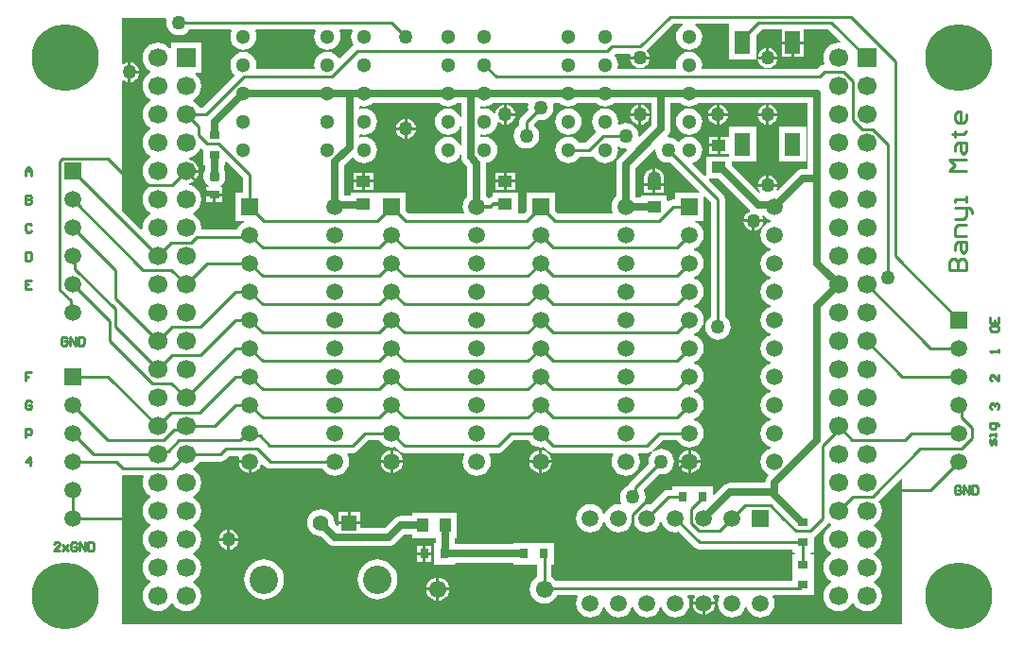
<source format=gtl>
G04*
G04 #@! TF.GenerationSoftware,Altium Limited,Altium Designer,20.0.13 (296)*
G04*
G04 Layer_Physical_Order=1*
G04 Layer_Color=255*
%FSLAX25Y25*%
%MOIN*%
G70*
G01*
G75*
%ADD13C,0.01000*%
G04:AMPARAMS|DCode=33|XSize=31.5mil|YSize=35.43mil|CornerRadius=7.87mil|HoleSize=0mil|Usage=FLASHONLY|Rotation=270.000|XOffset=0mil|YOffset=0mil|HoleType=Round|Shape=RoundedRectangle|*
%AMROUNDEDRECTD33*
21,1,0.03150,0.01968,0,0,270.0*
21,1,0.01575,0.03543,0,0,270.0*
1,1,0.01575,-0.00984,-0.00787*
1,1,0.01575,-0.00984,0.00787*
1,1,0.01575,0.00984,0.00787*
1,1,0.01575,0.00984,-0.00787*
%
%ADD33ROUNDEDRECTD33*%
%ADD34R,0.03543X0.03150*%
%ADD35R,0.03740X0.03150*%
%ADD36R,0.05118X0.03937*%
%ADD37R,0.05512X0.08268*%
%ADD38R,0.03937X0.05118*%
%ADD39R,0.03150X0.03740*%
%ADD40C,0.02500*%
%ADD41C,0.01200*%
%ADD42C,0.05906*%
%ADD43R,0.05906X0.05906*%
%ADD44C,0.06102*%
%ADD45R,0.05906X0.05906*%
%ADD46C,0.05118*%
%ADD47C,0.05512*%
%ADD48R,0.05512X0.05512*%
%ADD49C,0.10039*%
%ADD50C,0.06693*%
%ADD51R,0.06693X0.06693*%
%ADD52C,0.23622*%
%ADD53C,0.05000*%
G36*
X253886Y221547D02*
X253886D01*
Y209279D01*
X263398D01*
Y217943D01*
X265406Y219951D01*
X272602D01*
Y215913D01*
X280114D01*
Y219951D01*
X288944D01*
X293105Y215791D01*
X292883Y215342D01*
X292500Y215393D01*
X291104Y215209D01*
X289804Y214670D01*
X288687Y213813D01*
X287830Y212696D01*
X287291Y211396D01*
X287107Y210000D01*
X287291Y208604D01*
X287536Y208013D01*
X287211Y207491D01*
X286525Y207355D01*
X285698Y206802D01*
X284885Y205990D01*
X267686D01*
X267653Y206490D01*
X267827Y206513D01*
X268414Y206590D01*
X269265Y206943D01*
X269996Y207504D01*
X270557Y208235D01*
X270910Y209086D01*
X270964Y209500D01*
X264036D01*
X264090Y209086D01*
X264443Y208235D01*
X265004Y207504D01*
X265735Y206943D01*
X266586Y206590D01*
X267173Y206513D01*
X267347Y206490D01*
X267314Y205990D01*
X244594D01*
X244269Y206490D01*
X244402Y207500D01*
X244245Y208690D01*
X243786Y209799D01*
X243055Y210752D01*
X242102Y211482D01*
X240993Y211942D01*
X239803Y212098D01*
X238613Y211942D01*
X237504Y211482D01*
X236552Y210752D01*
X235821Y209799D01*
X235362Y208690D01*
X235205Y207500D01*
X235338Y206490D01*
X235013Y205990D01*
X222686D01*
X222653Y206490D01*
X223414Y206590D01*
X224265Y206943D01*
X224996Y207504D01*
X225557Y208235D01*
X225910Y209086D01*
X225964Y209500D01*
X219036D01*
X219090Y209086D01*
X219443Y208235D01*
X220004Y207504D01*
X220735Y206943D01*
X221586Y206590D01*
X222347Y206490D01*
X222314Y205990D01*
X214987D01*
X214662Y206490D01*
X214795Y207500D01*
X214638Y208690D01*
X214179Y209799D01*
X213448Y210752D01*
X213579Y211230D01*
X213789Y211451D01*
X218863D01*
X219141Y211035D01*
X219090Y210914D01*
X219036Y210500D01*
X225964D01*
X225910Y210914D01*
X225557Y211765D01*
X224996Y212496D01*
X224973Y212858D01*
X234129Y222014D01*
X237481D01*
X237580Y221514D01*
X237504Y221482D01*
X236552Y220752D01*
X235821Y219799D01*
X235362Y218690D01*
X235205Y217500D01*
X235362Y216310D01*
X235821Y215201D01*
X236552Y214248D01*
X237504Y213518D01*
X238613Y213058D01*
X239803Y212902D01*
X240993Y213058D01*
X242102Y213518D01*
X243055Y214248D01*
X243786Y215201D01*
X244245Y216310D01*
X244402Y217500D01*
X244245Y218690D01*
X243786Y219799D01*
X243055Y220752D01*
X242102Y221482D01*
X242026Y221514D01*
X242125Y222014D01*
X253806D01*
X253886Y221547D01*
D02*
G37*
G36*
X55597Y223534D02*
X55461Y222500D01*
X55616Y221325D01*
X56069Y220231D01*
X56791Y219291D01*
X57731Y218569D01*
X58825Y218116D01*
X60000Y217961D01*
X61175Y218116D01*
X62269Y218569D01*
X63209Y219291D01*
X63716Y219951D01*
X78236D01*
X78570Y219451D01*
X78255Y218690D01*
X78098Y217500D01*
X78255Y216310D01*
X78715Y215201D01*
X79445Y214248D01*
X80398Y213518D01*
X81507Y213058D01*
X82697Y212902D01*
X83887Y213058D01*
X84996Y213518D01*
X85948Y214248D01*
X86679Y215201D01*
X87138Y216310D01*
X87295Y217500D01*
X87138Y218690D01*
X86823Y219451D01*
X87157Y219951D01*
X107843D01*
X108177Y219451D01*
X107861Y218690D01*
X107705Y217500D01*
X107861Y216310D01*
X108321Y215201D01*
X109052Y214248D01*
X110004Y213518D01*
X111113Y213058D01*
X112303Y212902D01*
X113493Y213058D01*
X114602Y213518D01*
X115555Y214248D01*
X116286Y215201D01*
X116745Y216310D01*
X116902Y217500D01*
X116745Y218690D01*
X116430Y219451D01*
X116764Y219951D01*
X120736D01*
X121070Y219451D01*
X120755Y218690D01*
X120598Y217500D01*
X120755Y216310D01*
X121214Y215201D01*
X121457Y214885D01*
X121375Y214392D01*
X121241Y214302D01*
X116758Y209820D01*
X116175Y209943D01*
X115555Y210752D01*
X114602Y211482D01*
X113493Y211942D01*
X112303Y212098D01*
X111113Y211942D01*
X110004Y211482D01*
X109052Y210752D01*
X108321Y209799D01*
X107861Y208690D01*
X107705Y207500D01*
X107838Y206490D01*
X107513Y205990D01*
X87487D01*
X87162Y206490D01*
X87295Y207500D01*
X87138Y208690D01*
X86679Y209799D01*
X85948Y210752D01*
X84996Y211482D01*
X83887Y211942D01*
X82697Y212098D01*
X81507Y211942D01*
X80398Y211482D01*
X79445Y210752D01*
X78715Y209799D01*
X78255Y208690D01*
X78098Y207500D01*
X78255Y206310D01*
X78715Y205201D01*
X79445Y204248D01*
X79515Y204195D01*
X79548Y203696D01*
X68401Y192549D01*
X67231D01*
X67170Y192696D01*
X66313Y193813D01*
X65196Y194670D01*
X65003Y194750D01*
Y195250D01*
X65196Y195330D01*
X66313Y196187D01*
X67170Y197304D01*
X67709Y198604D01*
X67893Y200000D01*
X67709Y201396D01*
X67170Y202696D01*
X66313Y203813D01*
X65835Y204180D01*
X65996Y204654D01*
X67847D01*
Y215347D01*
X57153D01*
Y213496D01*
X56680Y213335D01*
X56313Y213813D01*
X55196Y214670D01*
X53896Y215209D01*
X52500Y215393D01*
X51104Y215209D01*
X49804Y214670D01*
X48687Y213813D01*
X47830Y212696D01*
X47291Y211396D01*
X47107Y210000D01*
X47291Y208604D01*
X47830Y207304D01*
X48687Y206187D01*
X49804Y205330D01*
X49997Y205250D01*
Y204750D01*
X49804Y204670D01*
X48687Y203813D01*
X47830Y202696D01*
X47291Y201396D01*
X47107Y200000D01*
X47291Y198604D01*
X47830Y197304D01*
X48687Y196187D01*
X49804Y195330D01*
X49997Y195250D01*
Y194750D01*
X49804Y194670D01*
X48687Y193813D01*
X47830Y192696D01*
X47291Y191396D01*
X47107Y190000D01*
X47291Y188604D01*
X47830Y187304D01*
X48687Y186187D01*
X49804Y185330D01*
X49997Y185250D01*
Y184750D01*
X49804Y184670D01*
X48687Y183813D01*
X47830Y182696D01*
X47291Y181396D01*
X47107Y180000D01*
X47291Y178604D01*
X47830Y177304D01*
X48687Y176187D01*
X49804Y175330D01*
X49997Y175250D01*
Y174750D01*
X49804Y174670D01*
X48687Y173813D01*
X47830Y172696D01*
X47291Y171396D01*
X47107Y170000D01*
X47291Y168604D01*
X47830Y167304D01*
X48687Y166187D01*
X49804Y165330D01*
X49997Y165250D01*
Y164750D01*
X49804Y164670D01*
X48687Y163813D01*
X47830Y162696D01*
X47291Y161396D01*
X47107Y160000D01*
X47291Y158604D01*
X47830Y157304D01*
X48687Y156187D01*
X49804Y155330D01*
X49997Y155250D01*
Y154750D01*
X49804Y154670D01*
X48687Y153813D01*
X47830Y152696D01*
X47291Y151396D01*
X47107Y150000D01*
X47158Y149617D01*
X46709Y149395D01*
X40000Y156105D01*
Y201876D01*
X40500Y202123D01*
X40735Y201943D01*
X41586Y201590D01*
X42000Y201536D01*
Y205000D01*
Y208464D01*
X41586Y208410D01*
X40735Y208057D01*
X40500Y207877D01*
X40000Y208124D01*
Y224034D01*
X55290D01*
X55597Y223534D01*
D02*
G37*
G36*
X281722Y170778D02*
X280000D01*
X279152Y170666D01*
X278361Y170339D01*
X277682Y169818D01*
X271098Y163234D01*
X270674Y163517D01*
X270910Y164086D01*
X270964Y164500D01*
X264036D01*
X264090Y164086D01*
X264443Y163235D01*
X264827Y162733D01*
X264451Y162403D01*
X254910Y171944D01*
Y173453D01*
X263398D01*
Y185721D01*
X253886D01*
Y182119D01*
X250851D01*
Y179151D01*
Y176182D01*
X253886D01*
Y175245D01*
X245792D01*
Y168466D01*
X245330Y168275D01*
X241008Y172596D01*
X241177Y173135D01*
X242102Y173518D01*
X243055Y174249D01*
X243786Y175201D01*
X244245Y176310D01*
X244402Y177500D01*
X244245Y178690D01*
X243786Y179799D01*
X243055Y180752D01*
X242102Y181482D01*
X240993Y181942D01*
X239803Y182098D01*
X238613Y181942D01*
X237504Y181482D01*
X236552Y180752D01*
X236364Y180508D01*
X235864D01*
X235709Y180709D01*
X234769Y181431D01*
X233675Y181884D01*
X232500Y182039D01*
X232321Y182015D01*
X232100Y182464D01*
X232318Y182682D01*
X232839Y183361D01*
X233166Y184152D01*
X233222Y184576D01*
X233278Y185000D01*
Y194222D01*
X236586D01*
X237504Y193518D01*
X238613Y193058D01*
X239803Y192902D01*
X240993Y193058D01*
X242102Y193518D01*
X243020Y194222D01*
X281722D01*
Y170778D01*
D02*
G37*
G36*
X226722Y186358D02*
X222464Y182099D01*
X222015Y182321D01*
X222039Y182500D01*
X221884Y183675D01*
X221431Y184769D01*
X220709Y185709D01*
X219769Y186431D01*
X218675Y186884D01*
X217500Y187039D01*
X216325Y186884D01*
X215231Y186431D01*
X215151Y186369D01*
X214682Y186640D01*
X214795Y187500D01*
X214638Y188690D01*
X214179Y189799D01*
X213448Y190752D01*
X212496Y191482D01*
X211387Y191942D01*
X210197Y192098D01*
X209007Y191942D01*
X207898Y191482D01*
X206945Y190752D01*
X206214Y189799D01*
X205755Y188690D01*
X205598Y187500D01*
X205755Y186310D01*
X206214Y185201D01*
X206945Y184248D01*
X207015Y184195D01*
X207048Y183696D01*
X203401Y180049D01*
X201094D01*
X200555Y180752D01*
X199602Y181482D01*
X198493Y181942D01*
X197303Y182098D01*
X196113Y181942D01*
X195004Y181482D01*
X194052Y180752D01*
X193321Y179799D01*
X192861Y178690D01*
X192705Y177500D01*
X192861Y176310D01*
X193321Y175201D01*
X194052Y174249D01*
X195004Y173518D01*
X196113Y173058D01*
X197303Y172902D01*
X198493Y173058D01*
X199602Y173518D01*
X200555Y174249D01*
X201094Y174951D01*
X204456D01*
X205432Y175145D01*
X205735Y175348D01*
X206214Y175203D01*
X206214Y175201D01*
X206945Y174249D01*
X207898Y173518D01*
X209007Y173058D01*
X210197Y172902D01*
X211387Y173058D01*
X212496Y173518D01*
X213448Y174249D01*
X214179Y175201D01*
X214638Y176310D01*
X214795Y177500D01*
X214682Y178360D01*
X215151Y178631D01*
X215231Y178569D01*
X216325Y178116D01*
X217500Y177961D01*
X217679Y177985D01*
X217900Y177536D01*
X215182Y174818D01*
X214661Y174139D01*
X214334Y173348D01*
X214278Y172924D01*
X214222Y172500D01*
Y161228D01*
X213968Y161032D01*
X213174Y159998D01*
X212675Y158793D01*
X212505Y157500D01*
X212675Y156207D01*
X212982Y155465D01*
X212704Y155049D01*
X193556D01*
X192453Y156152D01*
Y162453D01*
X182547D01*
Y156152D01*
X181444Y155049D01*
X179559D01*
Y162531D01*
X170441D01*
Y161103D01*
X170384Y161096D01*
X169752Y160834D01*
X169209Y160417D01*
X168801Y160682D01*
X168532Y161032D01*
X168278Y161228D01*
Y172901D01*
X168268Y172977D01*
X168887Y173058D01*
X169996Y173518D01*
X170948Y174249D01*
X171679Y175201D01*
X172139Y176310D01*
X172295Y177500D01*
X172139Y178690D01*
X171679Y179799D01*
X170948Y180752D01*
X169996Y181482D01*
X168887Y181942D01*
X167697Y182098D01*
X166666Y181963D01*
X166198Y182258D01*
Y182742D01*
X166666Y183037D01*
X167697Y182902D01*
X168887Y183058D01*
X169996Y183518D01*
X170948Y184248D01*
X171679Y185201D01*
X172139Y186310D01*
X172239Y187076D01*
X172773Y187297D01*
X173235Y186943D01*
X174086Y186590D01*
X174500Y186536D01*
Y190000D01*
Y193464D01*
X174086Y193410D01*
X173235Y193057D01*
X172504Y192496D01*
X171943Y191765D01*
X171590Y190914D01*
X171563Y190709D01*
X171080Y190580D01*
X170948Y190752D01*
X169996Y191482D01*
X168887Y191942D01*
X167697Y192098D01*
X166666Y191963D01*
X166198Y192258D01*
Y192742D01*
X166666Y193037D01*
X167697Y192902D01*
X168887Y193058D01*
X169996Y193518D01*
X170914Y194222D01*
X182893D01*
X183170Y193806D01*
X183116Y193675D01*
X182961Y192500D01*
X183070Y191675D01*
X180780Y189385D01*
X180227Y188558D01*
X180033Y187582D01*
Y186279D01*
X179291Y185709D01*
X178569Y184769D01*
X178116Y183675D01*
X177961Y182500D01*
X178116Y181325D01*
X178569Y180231D01*
X179291Y179291D01*
X180231Y178569D01*
X181325Y178116D01*
X182500Y177961D01*
X183675Y178116D01*
X184769Y178569D01*
X185709Y179291D01*
X186431Y180231D01*
X186884Y181325D01*
X187039Y182500D01*
X186884Y183675D01*
X186431Y184769D01*
X185709Y185709D01*
X185238Y186071D01*
X185214Y186609D01*
X186675Y188070D01*
X187500Y187961D01*
X188675Y188116D01*
X189769Y188569D01*
X190709Y189291D01*
X191431Y190231D01*
X191884Y191325D01*
X192039Y192500D01*
X191884Y193675D01*
X191830Y193806D01*
X192107Y194222D01*
X194086D01*
X195004Y193518D01*
X196113Y193058D01*
X197303Y192902D01*
X198493Y193058D01*
X199602Y193518D01*
X200520Y194222D01*
X206980D01*
X207898Y193518D01*
X209007Y193058D01*
X210197Y192902D01*
X211387Y193058D01*
X212496Y193518D01*
X213414Y194222D01*
X226722D01*
Y186358D01*
D02*
G37*
G36*
X159610Y189116D02*
X159110Y189016D01*
X158785Y189799D01*
X158055Y190752D01*
X157102Y191482D01*
X155993Y191942D01*
X154803Y192098D01*
X153613Y191942D01*
X152504Y191482D01*
X151552Y190752D01*
X150821Y189799D01*
X150362Y188690D01*
X150205Y187500D01*
X150362Y186310D01*
X150821Y185201D01*
X151552Y184248D01*
X152504Y183518D01*
X153613Y183058D01*
X154803Y182902D01*
X155993Y183058D01*
X157102Y183518D01*
X158055Y184248D01*
X158785Y185201D01*
X159110Y185984D01*
X159610Y185884D01*
Y179116D01*
X159110Y179016D01*
X158785Y179799D01*
X158055Y180752D01*
X157102Y181482D01*
X155993Y181942D01*
X154803Y182098D01*
X153613Y181942D01*
X152504Y181482D01*
X151552Y180752D01*
X150821Y179799D01*
X150362Y178690D01*
X150205Y177500D01*
X150362Y176310D01*
X150821Y175201D01*
X151552Y174249D01*
X152504Y173518D01*
X153613Y173058D01*
X154803Y172902D01*
X155993Y173058D01*
X157102Y173518D01*
X158055Y174249D01*
X158785Y175201D01*
X159110Y175984D01*
X159610Y175884D01*
Y175013D01*
X159666Y174589D01*
X159722Y174164D01*
X160049Y173374D01*
X160570Y172695D01*
X161722Y171543D01*
Y161228D01*
X161468Y161032D01*
X160674Y159998D01*
X160175Y158793D01*
X160004Y157500D01*
X160175Y156207D01*
X160482Y155465D01*
X160204Y155049D01*
X141056D01*
X139953Y156152D01*
Y162453D01*
X130047D01*
Y162453D01*
X129559Y162481D01*
Y162531D01*
X120441D01*
Y161310D01*
X118278D01*
Y172038D01*
X121045Y174805D01*
X121544Y174772D01*
X121945Y174249D01*
X122898Y173518D01*
X124007Y173058D01*
X125197Y172902D01*
X126387Y173058D01*
X127496Y173518D01*
X128448Y174249D01*
X129179Y175201D01*
X129639Y176310D01*
X129795Y177500D01*
X129639Y178690D01*
X129179Y179799D01*
X128448Y180752D01*
X127496Y181482D01*
X126387Y181942D01*
X125197Y182098D01*
X124007Y181942D01*
X123868Y181884D01*
X123452Y182162D01*
Y182838D01*
X123868Y183116D01*
X124007Y183058D01*
X125197Y182902D01*
X126387Y183058D01*
X127496Y183518D01*
X128448Y184248D01*
X129179Y185201D01*
X129639Y186310D01*
X129795Y187500D01*
X129639Y188690D01*
X129179Y189799D01*
X128448Y190752D01*
X127496Y191482D01*
X126387Y191942D01*
X125197Y192098D01*
X124007Y191942D01*
X123868Y191884D01*
X123452Y192162D01*
Y192838D01*
X123868Y193116D01*
X124007Y193058D01*
X125197Y192902D01*
X126387Y193058D01*
X127496Y193518D01*
X128414Y194222D01*
X151586D01*
X152504Y193518D01*
X153613Y193058D01*
X154803Y192902D01*
X155993Y193058D01*
X157102Y193518D01*
X158020Y194222D01*
X159610D01*
Y189116D01*
D02*
G37*
G36*
X227985Y177679D02*
X227961Y177500D01*
X228116Y176325D01*
X228569Y175231D01*
X229291Y174291D01*
X230231Y173569D01*
X231325Y173116D01*
X232500Y172961D01*
X233325Y173070D01*
X243480Y162915D01*
X243289Y162453D01*
X235047D01*
Y160049D01*
X234149D01*
X233173Y159855D01*
X232559Y159444D01*
X232059Y159704D01*
Y161469D01*
X222941D01*
Y160778D01*
X221228D01*
X221032Y161032D01*
X220778Y161228D01*
Y171142D01*
X227536Y177901D01*
X227985Y177679D01*
D02*
G37*
G36*
X68205Y177854D02*
X68630Y177570D01*
Y172070D01*
X69222D01*
Y170625D01*
X69081Y170441D01*
X68800Y169763D01*
X68704Y169035D01*
Y167461D01*
X68800Y166733D01*
X69081Y166055D01*
X69528Y165473D01*
X70110Y165026D01*
X70591Y164827D01*
X70491Y164327D01*
X69728D01*
Y162252D01*
X72500D01*
X75272D01*
Y164327D01*
X74509D01*
X74409Y164827D01*
X74890Y165026D01*
X75472Y165473D01*
X75919Y166055D01*
X76200Y166733D01*
X76296Y167461D01*
Y169035D01*
X76200Y169763D01*
X75919Y170441D01*
X75778Y170625D01*
Y172070D01*
X76370D01*
Y173082D01*
X76832Y173274D01*
X82451Y167655D01*
Y162453D01*
X80047D01*
Y152547D01*
X82936D01*
X83036Y152047D01*
X82502Y151826D01*
X81468Y151032D01*
X80674Y149998D01*
X80457Y149474D01*
X68203D01*
X67873Y149850D01*
X67893Y150000D01*
X67709Y151396D01*
X67170Y152696D01*
X66313Y153813D01*
X65196Y154670D01*
X65003Y154750D01*
Y155250D01*
X65196Y155330D01*
X66313Y156187D01*
X67170Y157304D01*
X67709Y158604D01*
X67893Y160000D01*
X67709Y161396D01*
X67170Y162696D01*
X66313Y163813D01*
X65196Y164670D01*
X63896Y165209D01*
X63567Y165252D01*
Y165756D01*
X63635Y165765D01*
X64692Y166203D01*
X65600Y166900D01*
X66297Y167808D01*
X66735Y168865D01*
X66818Y169500D01*
X62500D01*
Y170500D01*
X66818D01*
X66735Y171135D01*
X66297Y172192D01*
X65600Y173100D01*
X64692Y173797D01*
X63635Y174235D01*
X63567Y174243D01*
Y174748D01*
X63896Y174791D01*
X65196Y175330D01*
X66313Y176187D01*
X67170Y177304D01*
X67462Y178009D01*
X67953Y178107D01*
X68205Y177854D01*
D02*
G37*
G36*
X261264Y156318D02*
X261147Y155728D01*
X260735Y155557D01*
X260004Y154996D01*
X259443Y154265D01*
X259090Y153414D01*
X259036Y153000D01*
X265964D01*
X265910Y153414D01*
X265673Y153985D01*
X265956Y154510D01*
X265968Y154517D01*
X266041Y154524D01*
X266468Y153968D01*
X267502Y153174D01*
X268476Y152771D01*
Y152229D01*
X267502Y151826D01*
X266468Y151032D01*
X265674Y149998D01*
X265175Y148793D01*
X265004Y147500D01*
X265175Y146207D01*
X265674Y145002D01*
X266468Y143968D01*
X267502Y143174D01*
X268476Y142771D01*
Y142229D01*
X267502Y141826D01*
X266468Y141032D01*
X265674Y139998D01*
X265175Y138793D01*
X265004Y137500D01*
X265175Y136207D01*
X265674Y135002D01*
X266468Y133968D01*
X267502Y133174D01*
X268476Y132771D01*
Y132229D01*
X267502Y131826D01*
X266468Y131032D01*
X265674Y129998D01*
X265175Y128793D01*
X265004Y127500D01*
X265175Y126207D01*
X265674Y125002D01*
X266468Y123968D01*
X267502Y123174D01*
X268476Y122771D01*
Y122229D01*
X267502Y121826D01*
X266468Y121032D01*
X265674Y119998D01*
X265175Y118793D01*
X265004Y117500D01*
X265175Y116207D01*
X265674Y115002D01*
X266468Y113968D01*
X267502Y113174D01*
X268476Y112771D01*
Y112229D01*
X267502Y111826D01*
X266468Y111032D01*
X265674Y109998D01*
X265175Y108793D01*
X265004Y107500D01*
X265175Y106207D01*
X265674Y105002D01*
X266468Y103968D01*
X267502Y103174D01*
X268476Y102771D01*
Y102229D01*
X267502Y101826D01*
X266468Y101032D01*
X265674Y99998D01*
X265175Y98793D01*
X265004Y97500D01*
X265175Y96207D01*
X265674Y95002D01*
X266468Y93968D01*
X267502Y93174D01*
X268476Y92771D01*
Y92229D01*
X267502Y91826D01*
X266468Y91032D01*
X265674Y89998D01*
X265175Y88793D01*
X265004Y87500D01*
X265175Y86207D01*
X265674Y85002D01*
X266468Y83968D01*
X267502Y83174D01*
X268476Y82771D01*
Y82229D01*
X267502Y81826D01*
X266468Y81032D01*
X265674Y79998D01*
X265175Y78793D01*
X265004Y77500D01*
X265175Y76207D01*
X265674Y75002D01*
X266468Y73968D01*
X267502Y73174D01*
X268476Y72771D01*
Y72229D01*
X267502Y71826D01*
X266468Y71032D01*
X265674Y69998D01*
X265175Y68793D01*
X265004Y67500D01*
X265175Y66207D01*
X265674Y65002D01*
X266468Y63968D01*
X267502Y63174D01*
X267718Y63084D01*
X267816Y62594D01*
X267611Y62389D01*
X267090Y61710D01*
X266763Y60920D01*
X266707Y60495D01*
X266651Y60071D01*
Y60026D01*
X254248D01*
X253824Y59970D01*
X253400Y59914D01*
X252609Y59587D01*
X251930Y59066D01*
X248623Y55759D01*
X248161Y55950D01*
Y58871D01*
X241012D01*
Y58870D01*
X233925D01*
Y57549D01*
X232500D01*
X231524Y57355D01*
X230698Y56802D01*
X226229Y52334D01*
X225000Y52495D01*
X224311Y52405D01*
X224185Y52512D01*
X223987Y52866D01*
X224384Y53825D01*
X224539Y55000D01*
X224384Y56175D01*
X223931Y57269D01*
X223689Y57584D01*
X229175Y63070D01*
X230000Y62961D01*
X231175Y63116D01*
X232269Y63569D01*
X233209Y64291D01*
X233931Y65231D01*
X234384Y66325D01*
X234539Y67500D01*
X234384Y68675D01*
X233931Y69769D01*
X233209Y70709D01*
X232269Y71431D01*
X231175Y71884D01*
X230000Y72039D01*
X228825Y71884D01*
X227731Y71431D01*
X227312Y71110D01*
X226982Y71487D01*
X230446Y74951D01*
X235713D01*
X236468Y73968D01*
X237502Y73174D01*
X238707Y72675D01*
X240000Y72505D01*
X241293Y72675D01*
X242498Y73174D01*
X243532Y73968D01*
X244326Y75002D01*
X244825Y76207D01*
X244995Y77500D01*
X244825Y78793D01*
X244326Y79998D01*
X243532Y81032D01*
X242498Y81826D01*
X241524Y82229D01*
Y82771D01*
X242498Y83174D01*
X243532Y83968D01*
X244326Y85002D01*
X244825Y86207D01*
X244995Y87500D01*
X244825Y88793D01*
X244326Y89998D01*
X243532Y91032D01*
X242498Y91826D01*
X241524Y92229D01*
Y92771D01*
X242498Y93174D01*
X243532Y93968D01*
X244326Y95002D01*
X244825Y96207D01*
X244995Y97500D01*
X244825Y98793D01*
X244326Y99998D01*
X243532Y101032D01*
X242498Y101826D01*
X241524Y102229D01*
Y102771D01*
X242498Y103174D01*
X243532Y103968D01*
X244326Y105002D01*
X244825Y106207D01*
X244995Y107500D01*
X244825Y108793D01*
X244326Y109998D01*
X243532Y111032D01*
X242498Y111826D01*
X241524Y112229D01*
Y112771D01*
X242498Y113174D01*
X243532Y113968D01*
X244326Y115002D01*
X244825Y116207D01*
X244995Y117500D01*
X244825Y118793D01*
X244326Y119998D01*
X243532Y121032D01*
X242498Y121826D01*
X241524Y122229D01*
Y122771D01*
X242498Y123174D01*
X243532Y123968D01*
X244326Y125002D01*
X244825Y126207D01*
X244995Y127500D01*
X244825Y128793D01*
X244326Y129998D01*
X243532Y131032D01*
X242498Y131826D01*
X241524Y132229D01*
Y132771D01*
X242498Y133174D01*
X243532Y133968D01*
X244326Y135002D01*
X244825Y136207D01*
X244995Y137500D01*
X244825Y138793D01*
X244326Y139998D01*
X243532Y141032D01*
X242498Y141826D01*
X241524Y142229D01*
Y142771D01*
X242498Y143174D01*
X243532Y143968D01*
X244326Y145002D01*
X244825Y146207D01*
X244995Y147500D01*
X244825Y148793D01*
X244326Y149998D01*
X243532Y151032D01*
X242498Y151826D01*
X241964Y152047D01*
X242064Y152547D01*
X244953D01*
Y160789D01*
X245415Y160980D01*
X247451Y158944D01*
Y118716D01*
X246791Y118209D01*
X246069Y117269D01*
X245616Y116175D01*
X245461Y115000D01*
X245616Y113825D01*
X246069Y112731D01*
X246791Y111791D01*
X247731Y111069D01*
X248825Y110616D01*
X250000Y110461D01*
X251175Y110616D01*
X252269Y111069D01*
X253209Y111791D01*
X253931Y112731D01*
X254384Y113825D01*
X254539Y115000D01*
X254384Y116175D01*
X253931Y117269D01*
X253209Y118209D01*
X252549Y118716D01*
Y160000D01*
X252355Y160976D01*
X251802Y161802D01*
X246759Y166846D01*
X246950Y167308D01*
X250274D01*
X261264Y156318D01*
D02*
G37*
G36*
X183968Y73968D02*
X185002Y73174D01*
X186207Y72675D01*
X187500Y72505D01*
X188729Y72666D01*
X190150Y71245D01*
X190977Y70692D01*
X191953Y70498D01*
X212993D01*
X213214Y70050D01*
X213174Y69998D01*
X212675Y68793D01*
X212505Y67500D01*
X212675Y66207D01*
X213174Y65002D01*
X213968Y63968D01*
X215002Y63174D01*
X216207Y62675D01*
X217500Y62505D01*
X218793Y62675D01*
X219998Y63174D01*
X221032Y63968D01*
X221826Y65002D01*
X222325Y66207D01*
X222496Y67500D01*
X222325Y68793D01*
X221826Y69998D01*
X221786Y70050D01*
X222007Y70498D01*
X224938D01*
X224938Y70498D01*
X224938Y70498D01*
X225913Y70692D01*
X225913Y70692D01*
X225913Y70692D01*
X226457Y71056D01*
X226791Y70709D01*
X226069Y69769D01*
X225616Y68675D01*
X225461Y67500D01*
X225570Y66675D01*
X218963Y60068D01*
X218410Y59241D01*
X218404Y59210D01*
X217731Y58931D01*
X216791Y58209D01*
X216069Y57269D01*
X215616Y56175D01*
X215461Y55000D01*
X215616Y53825D01*
X216013Y52866D01*
X215814Y52512D01*
X215689Y52405D01*
X215000Y52495D01*
X213707Y52325D01*
X212502Y51826D01*
X211468Y51032D01*
X210674Y49998D01*
X210271Y49024D01*
X209729D01*
X209326Y49998D01*
X208532Y51032D01*
X207498Y51826D01*
X206293Y52325D01*
X205000Y52495D01*
X203707Y52325D01*
X202502Y51826D01*
X201468Y51032D01*
X200674Y49998D01*
X200175Y48793D01*
X200005Y47500D01*
X200175Y46207D01*
X200674Y45002D01*
X201468Y43968D01*
X202502Y43174D01*
X203707Y42675D01*
X205000Y42505D01*
X206293Y42675D01*
X207498Y43174D01*
X208532Y43968D01*
X209326Y45002D01*
X209729Y45976D01*
X210271D01*
X210674Y45002D01*
X211468Y43968D01*
X212502Y43174D01*
X213707Y42675D01*
X215000Y42505D01*
X216293Y42675D01*
X217498Y43174D01*
X218532Y43968D01*
X219326Y45002D01*
X219729Y45976D01*
X220271D01*
X220674Y45002D01*
X221468Y43968D01*
X222502Y43174D01*
X223707Y42675D01*
X225000Y42505D01*
X226293Y42675D01*
X227498Y43174D01*
X228532Y43968D01*
X229326Y45002D01*
X229729Y45976D01*
X230271D01*
X230674Y45002D01*
X231468Y43968D01*
X232502Y43174D01*
X233707Y42675D01*
X235000Y42505D01*
X236229Y42666D01*
X241741Y37154D01*
X242568Y36602D01*
X243543Y36408D01*
X276131D01*
Y35382D01*
X276982D01*
X277325Y34976D01*
X277234Y34618D01*
X276130D01*
Y27469D01*
X276131D01*
Y25431D01*
X192898D01*
X192382Y26103D01*
X191329Y26911D01*
Y31130D01*
X192118D01*
Y38870D01*
X184969D01*
Y38870D01*
X177882D01*
Y38631D01*
X177528Y38278D01*
X157215Y38278D01*
Y40441D01*
X157905D01*
Y49559D01*
X142095D01*
Y48278D01*
X138102D01*
X137678Y48222D01*
X137254Y48166D01*
X136463Y47839D01*
X135784Y47318D01*
X132664Y44197D01*
X123756D01*
Y45425D01*
X120000D01*
X116244D01*
Y44970D01*
X115782Y44779D01*
X114778Y45783D01*
X114797Y45925D01*
X114634Y47167D01*
X114154Y48324D01*
X113392Y49317D01*
X112399Y50080D01*
X111241Y50559D01*
X110000Y50722D01*
X108758Y50559D01*
X107601Y50080D01*
X106608Y49317D01*
X105846Y48324D01*
X105367Y47167D01*
X105203Y45925D01*
X105367Y44684D01*
X105846Y43527D01*
X106608Y42533D01*
X107601Y41771D01*
X108758Y41292D01*
X110000Y41128D01*
X110142Y41147D01*
X112688Y38601D01*
X113367Y38080D01*
X114157Y37753D01*
X115006Y37641D01*
X123688D01*
X123688Y37641D01*
X134022D01*
X134446Y37697D01*
X134870Y37753D01*
X135661Y38080D01*
X136339Y38601D01*
X139460Y41722D01*
X142095D01*
Y40441D01*
X150659D01*
Y38871D01*
X149968D01*
Y31130D01*
X157118D01*
Y31368D01*
X157472Y31722D01*
X177882Y31721D01*
Y31129D01*
X185031D01*
Y31130D01*
X186231D01*
Y26911D01*
X185177Y26103D01*
X184367Y25047D01*
X183858Y23819D01*
X183685Y22500D01*
X183858Y21181D01*
X184367Y19953D01*
X185177Y18898D01*
X186232Y18088D01*
X187461Y17579D01*
X188780Y17405D01*
X190098Y17579D01*
X191327Y18088D01*
X192382Y18898D01*
X193192Y19953D01*
X193349Y20333D01*
X200356D01*
X200606Y19833D01*
X200175Y18793D01*
X200005Y17500D01*
X200175Y16207D01*
X200674Y15002D01*
X201468Y13968D01*
X202502Y13174D01*
X203707Y12675D01*
X205000Y12505D01*
X206293Y12675D01*
X207498Y13174D01*
X208532Y13968D01*
X209326Y15002D01*
X209729Y15976D01*
X210271D01*
X210674Y15002D01*
X211468Y13968D01*
X212502Y13174D01*
X213707Y12675D01*
X215000Y12505D01*
X216293Y12675D01*
X217498Y13174D01*
X218532Y13968D01*
X219326Y15002D01*
X219729Y15976D01*
X220271D01*
X220674Y15002D01*
X221468Y13968D01*
X222502Y13174D01*
X223707Y12675D01*
X225000Y12505D01*
X226293Y12675D01*
X227498Y13174D01*
X228532Y13968D01*
X229326Y15002D01*
X229729Y15976D01*
X230271D01*
X230674Y15002D01*
X231468Y13968D01*
X232502Y13174D01*
X233707Y12675D01*
X235000Y12505D01*
X236293Y12675D01*
X237498Y13174D01*
X238532Y13968D01*
X239326Y15002D01*
X239825Y16207D01*
X239996Y17500D01*
X239825Y18793D01*
X239394Y19833D01*
X239644Y20333D01*
X241561D01*
X241808Y19833D01*
X241547Y19493D01*
X241149Y18532D01*
X241079Y18000D01*
X245000D01*
X248921D01*
X248851Y18532D01*
X248453Y19493D01*
X248192Y19833D01*
X248439Y20333D01*
X250356D01*
X250606Y19833D01*
X250175Y18793D01*
X250005Y17500D01*
X250175Y16207D01*
X250674Y15002D01*
X251468Y13968D01*
X252502Y13174D01*
X253707Y12675D01*
X255000Y12505D01*
X256293Y12675D01*
X257498Y13174D01*
X258532Y13968D01*
X259326Y15002D01*
X259729Y15976D01*
X260271D01*
X260674Y15002D01*
X261468Y13968D01*
X262502Y13174D01*
X263707Y12675D01*
X265000Y12505D01*
X266293Y12675D01*
X267498Y13174D01*
X268532Y13968D01*
X269326Y15002D01*
X269825Y16207D01*
X269995Y17500D01*
X269825Y18793D01*
X269394Y19833D01*
X269644Y20333D01*
X278926D01*
X279172Y20382D01*
X283871D01*
Y27531D01*
X283870D01*
Y34618D01*
X283019D01*
X282675Y35024D01*
X282767Y35382D01*
X283871D01*
Y40883D01*
X284294Y41166D01*
X288753Y45626D01*
X288775Y45659D01*
X289269Y45740D01*
X289804Y45330D01*
X289997Y45250D01*
Y44750D01*
X289804Y44670D01*
X288687Y43813D01*
X287830Y42696D01*
X287291Y41396D01*
X287107Y40000D01*
X287291Y38604D01*
X287830Y37304D01*
X288687Y36187D01*
X289804Y35330D01*
X289997Y35250D01*
Y34750D01*
X289804Y34670D01*
X288687Y33813D01*
X287830Y32696D01*
X287291Y31396D01*
X287107Y30000D01*
X287291Y28604D01*
X287830Y27304D01*
X288687Y26187D01*
X289804Y25330D01*
X289997Y25250D01*
Y24750D01*
X289804Y24670D01*
X288687Y23813D01*
X287830Y22696D01*
X287291Y21396D01*
X287107Y20000D01*
X287291Y18604D01*
X287830Y17304D01*
X288687Y16187D01*
X289804Y15330D01*
X291104Y14791D01*
X292500Y14607D01*
X293896Y14791D01*
X295196Y15330D01*
X296313Y16187D01*
X297170Y17304D01*
X297250Y17497D01*
X297750D01*
X297830Y17304D01*
X298687Y16187D01*
X299804Y15330D01*
X301104Y14791D01*
X302500Y14607D01*
X303896Y14791D01*
X305196Y15330D01*
X306313Y16187D01*
X307170Y17304D01*
X307709Y18604D01*
X307893Y20000D01*
X307709Y21396D01*
X307170Y22696D01*
X306313Y23813D01*
X305196Y24670D01*
X305003Y24750D01*
Y25250D01*
X305196Y25330D01*
X306313Y26187D01*
X307170Y27304D01*
X307709Y28604D01*
X307893Y30000D01*
X307709Y31396D01*
X307170Y32696D01*
X306313Y33813D01*
X305196Y34670D01*
X305003Y34750D01*
Y35250D01*
X305196Y35330D01*
X306313Y36187D01*
X307170Y37304D01*
X307709Y38604D01*
X307893Y40000D01*
X307709Y41396D01*
X307170Y42696D01*
X306313Y43813D01*
X305196Y44670D01*
X305003Y44750D01*
Y45250D01*
X305196Y45330D01*
X306313Y46187D01*
X307170Y47304D01*
X307709Y48604D01*
X307893Y50000D01*
X307709Y51396D01*
X307170Y52696D01*
X306512Y53554D01*
X314538Y61579D01*
X315000Y61388D01*
Y10000D01*
X40000D01*
Y62325D01*
X40341Y62605D01*
X47342D01*
X47620Y62189D01*
X47291Y61396D01*
X47107Y60000D01*
X47291Y58604D01*
X47830Y57304D01*
X48687Y56187D01*
X49804Y55330D01*
X49997Y55250D01*
Y54750D01*
X49804Y54670D01*
X48687Y53813D01*
X47830Y52696D01*
X47291Y51396D01*
X47107Y50000D01*
X47291Y48604D01*
X47830Y47304D01*
X48687Y46187D01*
X49804Y45330D01*
X49997Y45250D01*
Y44750D01*
X49804Y44670D01*
X48687Y43813D01*
X47830Y42696D01*
X47291Y41396D01*
X47107Y40000D01*
X47291Y38604D01*
X47830Y37304D01*
X48687Y36187D01*
X49804Y35330D01*
X49997Y35250D01*
Y34750D01*
X49804Y34670D01*
X48687Y33813D01*
X47830Y32696D01*
X47291Y31396D01*
X47107Y30000D01*
X47291Y28604D01*
X47830Y27304D01*
X48687Y26187D01*
X49804Y25330D01*
X49997Y25250D01*
Y24750D01*
X49804Y24670D01*
X48687Y23813D01*
X47830Y22696D01*
X47291Y21396D01*
X47107Y20000D01*
X47291Y18604D01*
X47830Y17304D01*
X48687Y16187D01*
X49804Y15330D01*
X51104Y14791D01*
X52500Y14607D01*
X53896Y14791D01*
X55196Y15330D01*
X56313Y16187D01*
X57170Y17304D01*
X57250Y17497D01*
X57750D01*
X57830Y17304D01*
X58687Y16187D01*
X59804Y15330D01*
X61104Y14791D01*
X62500Y14607D01*
X63896Y14791D01*
X65196Y15330D01*
X66313Y16187D01*
X67170Y17304D01*
X67709Y18604D01*
X67893Y20000D01*
X67709Y21396D01*
X67170Y22696D01*
X66313Y23813D01*
X65196Y24670D01*
X65003Y24750D01*
Y25250D01*
X65196Y25330D01*
X66313Y26187D01*
X67170Y27304D01*
X67709Y28604D01*
X67893Y30000D01*
X67709Y31396D01*
X67170Y32696D01*
X66313Y33813D01*
X65196Y34670D01*
X65003Y34750D01*
Y35250D01*
X65196Y35330D01*
X66313Y36187D01*
X67170Y37304D01*
X67709Y38604D01*
X67893Y40000D01*
X67709Y41396D01*
X67170Y42696D01*
X66313Y43813D01*
X65196Y44670D01*
X65003Y44750D01*
Y45250D01*
X65196Y45330D01*
X66313Y46187D01*
X67170Y47304D01*
X67709Y48604D01*
X67893Y50000D01*
X67709Y51396D01*
X67170Y52696D01*
X66313Y53813D01*
X65196Y54670D01*
X65003Y54750D01*
Y55250D01*
X65196Y55330D01*
X66313Y56187D01*
X67170Y57304D01*
X67709Y58604D01*
X67893Y60000D01*
X67709Y61396D01*
X67170Y62696D01*
X66313Y63813D01*
X65196Y64670D01*
X65003Y64750D01*
Y65250D01*
X65196Y65330D01*
X66313Y66187D01*
X67170Y67304D01*
X67231Y67451D01*
X74466D01*
X75441Y67645D01*
X76268Y68198D01*
X77475Y69404D01*
X81060D01*
X81338Y68988D01*
X81149Y68532D01*
X81079Y68000D01*
X85000D01*
Y67500D01*
X85500D01*
Y63579D01*
X86032Y63649D01*
X86993Y64047D01*
X87819Y64681D01*
X88453Y65507D01*
X88851Y66468D01*
X88864Y66568D01*
X89338Y66729D01*
X90369Y65698D01*
X91196Y65145D01*
X92172Y64951D01*
X110713D01*
X111468Y63968D01*
X112502Y63174D01*
X113707Y62675D01*
X115000Y62505D01*
X116293Y62675D01*
X117498Y63174D01*
X118532Y63968D01*
X119326Y65002D01*
X119825Y66207D01*
X119995Y67500D01*
X119825Y68793D01*
X119326Y69998D01*
X119286Y70050D01*
X119507Y70498D01*
X121188D01*
X121188Y70498D01*
X121188Y70498D01*
X122163Y70692D01*
X122163Y70692D01*
X122163Y70692D01*
X122661Y71025D01*
X122990Y71245D01*
X122990Y71245D01*
X122990Y71245D01*
X126696Y74951D01*
X130713D01*
X131468Y73968D01*
X132502Y73174D01*
X133707Y72675D01*
X135000Y72505D01*
X136229Y72666D01*
X137650Y71245D01*
X138477Y70692D01*
X139453Y70498D01*
X160493D01*
X160714Y70050D01*
X160674Y69998D01*
X160175Y68793D01*
X160004Y67500D01*
X160175Y66207D01*
X160674Y65002D01*
X161468Y63968D01*
X162502Y63174D01*
X163707Y62675D01*
X165000Y62505D01*
X166293Y62675D01*
X167498Y63174D01*
X168532Y63968D01*
X169326Y65002D01*
X169825Y66207D01*
X169995Y67500D01*
X169825Y68793D01*
X169326Y69998D01*
X169286Y70050D01*
X169507Y70498D01*
X172438D01*
X172438Y70498D01*
X172438Y70498D01*
X173413Y70692D01*
X173413Y70692D01*
X173413Y70692D01*
X173911Y71025D01*
X174240Y71245D01*
X174240Y71245D01*
X174240Y71245D01*
X177946Y74951D01*
X183213D01*
X183968Y73968D01*
D02*
G37*
%LPC*%
G36*
X268000Y213464D02*
Y210500D01*
X270964D01*
X270910Y210914D01*
X270557Y211765D01*
X269996Y212496D01*
X269265Y213057D01*
X268414Y213410D01*
X268000Y213464D01*
D02*
G37*
G36*
X267000D02*
X266586Y213410D01*
X265735Y213057D01*
X265004Y212496D01*
X264443Y211765D01*
X264090Y210914D01*
X264036Y210500D01*
X267000D01*
Y213464D01*
D02*
G37*
G36*
X280114Y214913D02*
X276858D01*
Y210279D01*
X280114D01*
Y214913D01*
D02*
G37*
G36*
X275858D02*
X272602D01*
Y210279D01*
X275858D01*
Y214913D01*
D02*
G37*
G36*
X43000Y208464D02*
Y205500D01*
X45964D01*
X45910Y205914D01*
X45557Y206765D01*
X44996Y207496D01*
X44265Y208057D01*
X43414Y208410D01*
X43000Y208464D01*
D02*
G37*
G36*
X45964Y204500D02*
X43000D01*
Y201536D01*
X43414Y201590D01*
X44265Y201943D01*
X44996Y202504D01*
X45557Y203235D01*
X45910Y204086D01*
X45964Y204500D01*
D02*
G37*
G36*
X268000Y193464D02*
Y190500D01*
X270964D01*
X270910Y190914D01*
X270557Y191765D01*
X269996Y192496D01*
X269265Y193057D01*
X268414Y193410D01*
X268000Y193464D01*
D02*
G37*
G36*
X267000D02*
X266586Y193410D01*
X265735Y193057D01*
X265004Y192496D01*
X264443Y191765D01*
X264090Y190914D01*
X264036Y190500D01*
X267000D01*
Y193464D01*
D02*
G37*
G36*
X250500D02*
Y190500D01*
X253464D01*
X253410Y190914D01*
X253057Y191765D01*
X252496Y192496D01*
X251765Y193057D01*
X250914Y193410D01*
X250500Y193464D01*
D02*
G37*
G36*
X249500D02*
X249086Y193410D01*
X248235Y193057D01*
X247504Y192496D01*
X246943Y191765D01*
X246590Y190914D01*
X246536Y190500D01*
X249500D01*
Y193464D01*
D02*
G37*
G36*
X270964Y189500D02*
X268000D01*
Y186536D01*
X268414Y186590D01*
X269265Y186943D01*
X269996Y187504D01*
X270557Y188235D01*
X270910Y189086D01*
X270964Y189500D01*
D02*
G37*
G36*
X267000D02*
X264036D01*
X264090Y189086D01*
X264443Y188235D01*
X265004Y187504D01*
X265735Y186943D01*
X266586Y186590D01*
X267000Y186536D01*
Y189500D01*
D02*
G37*
G36*
X253464D02*
X250500D01*
Y186536D01*
X250914Y186590D01*
X251765Y186943D01*
X252496Y187504D01*
X253057Y188235D01*
X253410Y189086D01*
X253464Y189500D01*
D02*
G37*
G36*
X249500D02*
X246536D01*
X246590Y189086D01*
X246943Y188235D01*
X247504Y187504D01*
X248235Y186943D01*
X249086Y186590D01*
X249500Y186536D01*
Y189500D01*
D02*
G37*
G36*
X239803Y192098D02*
X238613Y191942D01*
X237504Y191482D01*
X236552Y190752D01*
X235821Y189799D01*
X235362Y188690D01*
X235205Y187500D01*
X235362Y186310D01*
X235821Y185201D01*
X236552Y184248D01*
X237504Y183518D01*
X238613Y183058D01*
X239803Y182902D01*
X240993Y183058D01*
X242102Y183518D01*
X243055Y184248D01*
X243786Y185201D01*
X244245Y186310D01*
X244402Y187500D01*
X244245Y188690D01*
X243786Y189799D01*
X243055Y190752D01*
X242102Y191482D01*
X240993Y191942D01*
X239803Y192098D01*
D02*
G37*
G36*
X249851Y182119D02*
X246792D01*
Y179651D01*
X249851D01*
Y182119D01*
D02*
G37*
G36*
Y178651D02*
X246792D01*
Y176182D01*
X249851D01*
Y178651D01*
D02*
G37*
G36*
X281114Y185721D02*
X271602D01*
Y173453D01*
X281114D01*
Y185721D01*
D02*
G37*
G36*
X268000Y168464D02*
Y165500D01*
X270964D01*
X270910Y165914D01*
X270557Y166765D01*
X269996Y167496D01*
X269265Y168057D01*
X268414Y168410D01*
X268000Y168464D01*
D02*
G37*
G36*
X267000D02*
X266586Y168410D01*
X265735Y168057D01*
X265004Y167496D01*
X264443Y166765D01*
X264090Y165914D01*
X264036Y165500D01*
X267000D01*
Y168464D01*
D02*
G37*
G36*
X223000Y193464D02*
Y190500D01*
X225964D01*
X225910Y190914D01*
X225557Y191765D01*
X224996Y192496D01*
X224265Y193057D01*
X223414Y193410D01*
X223000Y193464D01*
D02*
G37*
G36*
X222000D02*
X221586Y193410D01*
X220735Y193057D01*
X220004Y192496D01*
X219443Y191765D01*
X219090Y190914D01*
X219036Y190500D01*
X222000D01*
Y193464D01*
D02*
G37*
G36*
X175500D02*
Y190500D01*
X178464D01*
X178410Y190914D01*
X178057Y191765D01*
X177496Y192496D01*
X176765Y193057D01*
X175914Y193410D01*
X175500Y193464D01*
D02*
G37*
G36*
X225964Y189500D02*
X223000D01*
Y186536D01*
X223414Y186590D01*
X224265Y186943D01*
X224996Y187504D01*
X225557Y188235D01*
X225910Y189086D01*
X225964Y189500D01*
D02*
G37*
G36*
X222000D02*
X219036D01*
X219090Y189086D01*
X219443Y188235D01*
X220004Y187504D01*
X220735Y186943D01*
X221586Y186590D01*
X222000Y186536D01*
Y189500D01*
D02*
G37*
G36*
X178464D02*
X175500D01*
Y186536D01*
X175914Y186590D01*
X176765Y186943D01*
X177496Y187504D01*
X178057Y188235D01*
X178410Y189086D01*
X178464Y189500D01*
D02*
G37*
G36*
X197303Y192098D02*
X196113Y191942D01*
X195004Y191482D01*
X194052Y190752D01*
X193321Y189799D01*
X192861Y188690D01*
X192705Y187500D01*
X192861Y186310D01*
X193321Y185201D01*
X194052Y184248D01*
X195004Y183518D01*
X196113Y183058D01*
X197303Y182902D01*
X198493Y183058D01*
X199602Y183518D01*
X200555Y184248D01*
X201286Y185201D01*
X201745Y186310D01*
X201902Y187500D01*
X201745Y188690D01*
X201286Y189799D01*
X200555Y190752D01*
X199602Y191482D01*
X198493Y191942D01*
X197303Y192098D01*
D02*
G37*
G36*
X178559Y169405D02*
X175500D01*
Y166937D01*
X178559D01*
Y169405D01*
D02*
G37*
G36*
X174500D02*
X171441D01*
Y166937D01*
X174500D01*
Y169405D01*
D02*
G37*
G36*
X178559Y165937D02*
X175500D01*
Y163469D01*
X178559D01*
Y165937D01*
D02*
G37*
G36*
X174500D02*
X171441D01*
Y163469D01*
X174500D01*
Y165937D01*
D02*
G37*
G36*
X140500Y188464D02*
Y185500D01*
X143464D01*
X143410Y185914D01*
X143057Y186765D01*
X142496Y187496D01*
X141765Y188057D01*
X140914Y188410D01*
X140500Y188464D01*
D02*
G37*
G36*
X139500D02*
X139086Y188410D01*
X138235Y188057D01*
X137504Y187496D01*
X136943Y186765D01*
X136590Y185914D01*
X136536Y185500D01*
X139500D01*
Y188464D01*
D02*
G37*
G36*
X143464Y184500D02*
X140500D01*
Y181536D01*
X140914Y181590D01*
X141765Y181943D01*
X142496Y182504D01*
X143057Y183235D01*
X143410Y184086D01*
X143464Y184500D01*
D02*
G37*
G36*
X139500D02*
X136536D01*
X136590Y184086D01*
X136943Y183235D01*
X137504Y182504D01*
X138235Y181943D01*
X139086Y181590D01*
X139500Y181536D01*
Y184500D01*
D02*
G37*
G36*
X128559Y169405D02*
X125500D01*
Y166937D01*
X128559D01*
Y169405D01*
D02*
G37*
G36*
X124500D02*
X121441D01*
Y166937D01*
X124500D01*
Y169405D01*
D02*
G37*
G36*
X128559Y165937D02*
X125500D01*
Y163469D01*
X128559D01*
Y165937D01*
D02*
G37*
G36*
X124500D02*
X121441D01*
Y163469D01*
X124500D01*
Y165937D01*
D02*
G37*
G36*
X228000Y170964D02*
Y167500D01*
X227000D01*
Y170964D01*
X226586Y170910D01*
X225735Y170557D01*
X225004Y169996D01*
X224443Y169265D01*
X224090Y168414D01*
X224081Y168342D01*
X223941D01*
Y165874D01*
X227500D01*
X231059D01*
Y168342D01*
X230919D01*
X230910Y168414D01*
X230557Y169265D01*
X229996Y169996D01*
X229265Y170557D01*
X228414Y170910D01*
X228000Y170964D01*
D02*
G37*
G36*
X231059Y164874D02*
X228000D01*
Y162406D01*
X231059D01*
Y164874D01*
D02*
G37*
G36*
X227000D02*
X223941D01*
Y162406D01*
X227000D01*
Y164874D01*
D02*
G37*
G36*
X75272Y161252D02*
X73000D01*
Y159177D01*
X75272D01*
Y161252D01*
D02*
G37*
G36*
X72000D02*
X69728D01*
Y159177D01*
X72000D01*
Y161252D01*
D02*
G37*
G36*
X265964Y152000D02*
X263000D01*
Y149036D01*
X263414Y149090D01*
X264265Y149443D01*
X264996Y150004D01*
X265557Y150735D01*
X265910Y151586D01*
X265964Y152000D01*
D02*
G37*
G36*
X262000D02*
X259036D01*
X259090Y151586D01*
X259443Y150735D01*
X260004Y150004D01*
X260735Y149443D01*
X261586Y149090D01*
X262000Y149036D01*
Y152000D01*
D02*
G37*
G36*
X240500Y71421D02*
Y68000D01*
X243921D01*
X243851Y68532D01*
X243453Y69493D01*
X242819Y70319D01*
X241993Y70953D01*
X241032Y71351D01*
X240500Y71421D01*
D02*
G37*
G36*
X239500D02*
X238968Y71351D01*
X238007Y70953D01*
X237181Y70319D01*
X236547Y69493D01*
X236149Y68532D01*
X236079Y68000D01*
X239500D01*
Y71421D01*
D02*
G37*
G36*
X243921Y67000D02*
X240500D01*
Y63579D01*
X241032Y63649D01*
X241993Y64047D01*
X242819Y64681D01*
X243453Y65507D01*
X243851Y66468D01*
X243921Y67000D01*
D02*
G37*
G36*
X239500D02*
X236079D01*
X236149Y66468D01*
X236547Y65507D01*
X237181Y64681D01*
X238007Y64047D01*
X238968Y63649D01*
X239500Y63579D01*
Y67000D01*
D02*
G37*
G36*
X188000Y71421D02*
Y68000D01*
X191421D01*
X191351Y68532D01*
X190953Y69493D01*
X190319Y70319D01*
X189493Y70953D01*
X188532Y71351D01*
X188000Y71421D01*
D02*
G37*
G36*
X187000D02*
X186468Y71351D01*
X185507Y70953D01*
X184681Y70319D01*
X184047Y69493D01*
X183649Y68532D01*
X183579Y68000D01*
X187000D01*
Y71421D01*
D02*
G37*
G36*
X135500D02*
Y68000D01*
X138921D01*
X138851Y68532D01*
X138453Y69493D01*
X137819Y70319D01*
X136993Y70953D01*
X136032Y71351D01*
X135500Y71421D01*
D02*
G37*
G36*
X134500D02*
X133968Y71351D01*
X133007Y70953D01*
X132181Y70319D01*
X131547Y69493D01*
X131149Y68532D01*
X131079Y68000D01*
X134500D01*
Y71421D01*
D02*
G37*
G36*
X191421Y67000D02*
X188000D01*
Y63579D01*
X188532Y63649D01*
X189493Y64047D01*
X190319Y64681D01*
X190953Y65507D01*
X191351Y66468D01*
X191421Y67000D01*
D02*
G37*
G36*
X187000D02*
X183579D01*
X183649Y66468D01*
X184047Y65507D01*
X184681Y64681D01*
X185507Y64047D01*
X186468Y63649D01*
X187000Y63579D01*
Y67000D01*
D02*
G37*
G36*
X138921D02*
X135500D01*
Y63579D01*
X136032Y63649D01*
X136993Y64047D01*
X137819Y64681D01*
X138453Y65507D01*
X138851Y66468D01*
X138921Y67000D01*
D02*
G37*
G36*
X134500D02*
X131079D01*
X131149Y66468D01*
X131547Y65507D01*
X132181Y64681D01*
X133007Y64047D01*
X133968Y63649D01*
X134500Y63579D01*
Y67000D01*
D02*
G37*
G36*
X84500D02*
X81079D01*
X81149Y66468D01*
X81547Y65507D01*
X82181Y64681D01*
X83007Y64047D01*
X83968Y63649D01*
X84500Y63579D01*
Y67000D01*
D02*
G37*
G36*
X123756Y49681D02*
X120500D01*
Y46425D01*
X123756D01*
Y49681D01*
D02*
G37*
G36*
X119500D02*
X116244D01*
Y46425D01*
X119500D01*
Y49681D01*
D02*
G37*
G36*
X78000Y43464D02*
Y40500D01*
X80964D01*
X80910Y40914D01*
X80557Y41765D01*
X79996Y42496D01*
X79265Y43057D01*
X78414Y43410D01*
X78000Y43464D01*
D02*
G37*
G36*
X77000D02*
X76586Y43410D01*
X75735Y43057D01*
X75004Y42496D01*
X74443Y41765D01*
X74090Y40914D01*
X74036Y40500D01*
X77000D01*
Y43464D01*
D02*
G37*
G36*
X80964Y39500D02*
X78000D01*
Y36536D01*
X78414Y36590D01*
X79265Y36943D01*
X79996Y37504D01*
X80557Y38235D01*
X80910Y39086D01*
X80964Y39500D01*
D02*
G37*
G36*
X77000D02*
X74036D01*
X74090Y39086D01*
X74443Y38235D01*
X75004Y37504D01*
X75735Y36943D01*
X76586Y36590D01*
X77000Y36536D01*
Y39500D01*
D02*
G37*
G36*
X149031Y37870D02*
X146957D01*
Y35500D01*
X149031D01*
Y37870D01*
D02*
G37*
G36*
X145957D02*
X143882D01*
Y35500D01*
X145957D01*
Y37870D01*
D02*
G37*
G36*
X149031Y34500D02*
X146957D01*
Y32130D01*
X149031D01*
Y34500D01*
D02*
G37*
G36*
X145957D02*
X143882D01*
Y32130D01*
X145957D01*
Y34500D01*
D02*
G37*
G36*
X151720Y26520D02*
Y23000D01*
X155241D01*
X155167Y23558D01*
X154759Y24543D01*
X154110Y25389D01*
X153263Y26039D01*
X152278Y26447D01*
X151720Y26520D01*
D02*
G37*
G36*
X150720D02*
X150163Y26447D01*
X149177Y26039D01*
X148331Y25389D01*
X147682Y24543D01*
X147274Y23558D01*
X147200Y23000D01*
X150720D01*
Y26520D01*
D02*
G37*
G36*
X130000Y32979D02*
X128624Y32843D01*
X127301Y32442D01*
X126081Y31790D01*
X125012Y30913D01*
X124135Y29844D01*
X123483Y28624D01*
X123082Y27301D01*
X122946Y25925D01*
X123082Y24549D01*
X123483Y23226D01*
X124135Y22006D01*
X125012Y20937D01*
X126081Y20060D01*
X127301Y19409D01*
X128624Y19007D01*
X130000Y18871D01*
X131376Y19007D01*
X132699Y19409D01*
X133919Y20060D01*
X134988Y20937D01*
X135865Y22006D01*
X136517Y23226D01*
X136918Y24549D01*
X137054Y25925D01*
X136918Y27301D01*
X136517Y28624D01*
X135865Y29844D01*
X134988Y30913D01*
X133919Y31790D01*
X132699Y32442D01*
X131376Y32843D01*
X130000Y32979D01*
D02*
G37*
G36*
X90000D02*
X88624Y32843D01*
X87301Y32442D01*
X86081Y31790D01*
X85012Y30913D01*
X84135Y29844D01*
X83483Y28624D01*
X83082Y27301D01*
X82946Y25925D01*
X83082Y24549D01*
X83483Y23226D01*
X84135Y22006D01*
X85012Y20937D01*
X86081Y20060D01*
X87301Y19409D01*
X88624Y19007D01*
X90000Y18871D01*
X91376Y19007D01*
X92699Y19409D01*
X93919Y20060D01*
X94988Y20937D01*
X95865Y22006D01*
X96517Y23226D01*
X96918Y24549D01*
X97054Y25925D01*
X96918Y27301D01*
X96517Y28624D01*
X95865Y29844D01*
X94988Y30913D01*
X93919Y31790D01*
X92699Y32442D01*
X91376Y32843D01*
X90000Y32979D01*
D02*
G37*
G36*
X155241Y22000D02*
X151720D01*
Y18480D01*
X152278Y18553D01*
X153263Y18961D01*
X154110Y19611D01*
X154759Y20457D01*
X155167Y21442D01*
X155241Y22000D01*
D02*
G37*
G36*
X150720D02*
X147200D01*
X147274Y21442D01*
X147682Y20457D01*
X148331Y19611D01*
X149177Y18961D01*
X150163Y18553D01*
X150720Y18480D01*
Y22000D01*
D02*
G37*
G36*
X248921Y17000D02*
X245500D01*
Y13579D01*
X246032Y13649D01*
X246993Y14047D01*
X247819Y14681D01*
X248453Y15507D01*
X248851Y16468D01*
X248921Y17000D01*
D02*
G37*
G36*
X244500D02*
X241079D01*
X241149Y16468D01*
X241547Y15507D01*
X242181Y14681D01*
X243007Y14047D01*
X243968Y13649D01*
X244500Y13579D01*
Y17000D01*
D02*
G37*
%LPD*%
D13*
X182500Y152500D02*
X187500Y157500D01*
X140000Y152500D02*
X182500D01*
X135000Y157500D02*
X140000Y152500D01*
X212437Y214000D02*
X222510D01*
X258780Y224563D02*
X258780Y224563D01*
X222510Y214000D02*
X233073Y224563D01*
X258780D01*
X258780Y224563D02*
X277500D01*
X113985Y203441D02*
X123044Y212500D01*
X210937D01*
X212437Y214000D01*
X18047Y173574D02*
X18926Y174453D01*
X34931D02*
X44230Y165154D01*
X18047Y128156D02*
Y173574D01*
X18926Y174453D02*
X34931D01*
X21750Y120750D02*
Y124453D01*
Y120750D02*
X22500Y120000D01*
X18047Y128156D02*
X21750Y124453D01*
X52500Y100000D02*
Y100000D01*
X23250Y135547D02*
Y139250D01*
X35425Y110221D02*
Y117075D01*
X23250Y135547D02*
X37425Y121372D01*
X35425Y110221D02*
X50493Y95153D01*
X22500Y140000D02*
X23250Y139250D01*
X37425Y115075D02*
X52500Y100000D01*
X22500Y130000D02*
X35425Y117075D01*
X37425Y115075D02*
Y121372D01*
X22500Y170000D02*
X52500Y140000D01*
X22500Y160000D02*
X47346Y135153D01*
X57346D01*
X35000Y97500D02*
X52500Y80000D01*
X22500Y97500D02*
X35000D01*
X34846Y75153D02*
X54507D01*
X22500Y87500D02*
X34846Y75153D01*
X22500Y150000D02*
X37425Y135075D01*
Y125075D02*
Y135075D01*
X312500Y57500D02*
X325000D01*
X335000Y67500D01*
X220000Y55000D02*
X220765Y55765D01*
Y58265D02*
X230000Y67500D01*
X220765Y55765D02*
Y58265D01*
X238703Y67500D02*
X240000D01*
X220000Y48797D02*
X238703Y67500D01*
X220000Y45000D02*
Y48797D01*
X188780Y22500D02*
X189161Y22882D01*
X188780Y22500D02*
Y34764D01*
X189161Y22882D02*
X278926D01*
X280001Y23957D01*
X240547Y45656D02*
Y50666D01*
X244587Y54705D01*
Y55001D01*
X240547Y45656D02*
X243156Y43047D01*
X250547D01*
X304507Y55154D02*
X321307Y71953D01*
X339453Y75656D02*
Y79344D01*
X297654Y55154D02*
X304507D01*
X335750Y83047D02*
Y86750D01*
X335000Y87500D02*
X335750Y86750D01*
Y83047D02*
X339453Y79344D01*
X335750Y71953D02*
X339453Y75656D01*
X321307Y71953D02*
X335750D01*
X292500Y50000D02*
X297654Y55154D01*
X318256Y77500D02*
X335000D01*
X315909Y75153D02*
X318256Y77500D01*
X297346Y75153D02*
X315909D01*
X292500Y80000D02*
X297346Y75153D01*
X22500Y47500D02*
Y57500D01*
X57653Y165154D02*
X62500Y170000D01*
X44230Y165154D02*
X57653D01*
X22500Y47500D02*
X42500D01*
X315000Y97500D02*
X335000D01*
X302500Y110000D02*
X315000Y97500D01*
X325000Y107500D02*
X335000D01*
X302500Y130000D02*
X325000Y107500D01*
X312500Y140000D02*
X335000Y117500D01*
X277500Y224563D02*
X277563Y224500D01*
X296814D01*
X312500Y208814D01*
Y140000D02*
Y208814D01*
X287500Y205000D02*
X294354D01*
X297654Y201700D01*
Y187993D02*
Y201700D01*
X285941Y203441D02*
X287500Y205000D01*
X171756Y203441D02*
X285941D01*
X264350Y222500D02*
X290000D01*
X258642Y216791D02*
X264350Y222500D01*
X290000D02*
X302500Y210000D01*
X82897Y203441D02*
X113985D01*
X69456Y190000D02*
X82897Y203441D01*
X62500Y190000D02*
X69456D01*
X304507Y184846D02*
X310000Y179354D01*
Y132500D02*
Y179354D01*
X22500Y67500D02*
X37994D01*
X40341Y65153D01*
X57653D01*
X62500Y70000D01*
X87719Y71953D02*
X92172Y67500D01*
X115000D01*
X30000Y70000D02*
X52500D01*
X22500Y77500D02*
X30000Y70000D01*
X81510Y75000D02*
X84010Y77500D01*
X60000Y75000D02*
X81510D01*
X56089Y71089D02*
X60000Y75000D01*
X53589Y71089D02*
X56089D01*
X52500Y70000D02*
X53589Y71089D01*
X54507Y75153D02*
X58265Y78911D01*
X61411D01*
X62500Y80000D01*
X37425Y125075D02*
X52500Y110000D01*
X50493Y95153D02*
X57346D01*
X62500Y90000D01*
X57346Y135153D02*
X62500Y130000D01*
X66799Y182865D02*
X70008Y179656D01*
X74054D01*
X62500Y190000D02*
X66799Y185701D01*
Y182865D02*
Y185701D01*
X74054Y179656D02*
X85000Y168710D01*
Y157500D02*
Y168710D01*
Y157500D02*
X90000Y152500D01*
X71425Y162827D02*
X72500Y161752D01*
X69673Y162827D02*
X71425D01*
X62500Y170000D02*
X69673Y162827D01*
X183047Y133047D02*
X187500Y137500D01*
X139453Y113047D02*
X183047D01*
X139453Y103047D02*
X183047D01*
Y123047D02*
X187500Y127500D01*
X135000D02*
X139453Y123047D01*
Y133047D02*
X183047D01*
X139453Y123047D02*
X183047D01*
X135000Y107500D02*
X139453Y103047D01*
X183047D02*
X187500Y107500D01*
X135000Y117500D02*
X139453Y113047D01*
X183047D02*
X187500Y117500D01*
X135000Y137500D02*
X139453Y133047D01*
X187500Y117500D02*
X191953Y113047D01*
X91953Y73047D02*
X121188D01*
X85000Y77500D02*
X85899Y76601D01*
X88399D01*
X91953Y73047D01*
X84010Y77500D02*
X85000D01*
X121188Y73047D02*
X125640Y77500D01*
X135000D01*
X62500Y80000D02*
X72500D01*
X80000Y87500D02*
X85000D01*
X72500Y80000D02*
X80000Y87500D01*
X67346Y84846D02*
X80000Y97500D01*
X57346Y84846D02*
X67346D01*
X80000Y97500D02*
X85000D01*
X62500Y90000D02*
X80000Y107500D01*
X85000D01*
X67500Y105000D02*
X80000Y117500D01*
X85000D01*
X57500Y105000D02*
X67500D01*
X57654Y115154D02*
X67654D01*
X80000Y127500D02*
X85000D01*
X67654Y115154D02*
X80000Y127500D01*
X70000Y137500D02*
X85000D01*
X62500Y130000D02*
X70000Y137500D01*
X84425Y146925D02*
X85000Y147500D01*
X66279Y146925D02*
X84425D01*
X64200Y144846D02*
X66279Y146925D01*
X187500Y77500D02*
X191953Y73047D01*
X224938D02*
X229390Y77500D01*
X191953Y73047D02*
X224938D01*
X229390Y77500D02*
X240000D01*
X232500Y177500D02*
X250000Y160000D01*
X135000Y222500D02*
X140000Y217500D01*
X60000Y222500D02*
X135000D01*
X197303Y177500D02*
X204456D01*
X209456Y182500D01*
X217500D01*
X250000Y115000D02*
Y160000D01*
X85000Y87500D02*
X89453Y83047D01*
X139453D02*
X183047D01*
X135000Y87500D02*
X139453Y83047D01*
X187500Y87500D02*
X191953Y83047D01*
X85000Y107500D02*
X89453Y103047D01*
X130547D01*
Y93047D02*
X135000Y97500D01*
X183047Y93047D02*
X187500Y97500D01*
X139453Y93047D02*
X183047D01*
X187500Y107500D02*
X191953Y103047D01*
X235547Y93047D02*
X240000Y97500D01*
X191953Y93047D02*
X235547D01*
X130547Y113047D02*
X135000Y117500D01*
X89453Y113047D02*
X130547D01*
X235547D02*
X240000Y117500D01*
X191953Y113047D02*
X235547D01*
X85000Y127500D02*
X89453Y123047D01*
X187500Y127500D02*
X191953Y123047D01*
X130547Y133047D02*
X135000Y137500D01*
X89453Y133047D02*
X130547D01*
X235547D02*
X240000Y137500D01*
X191953Y133047D02*
X235547D01*
X57346Y144846D02*
X64200D01*
X52500Y140000D02*
X57346Y144846D01*
X85000Y147500D02*
X89453Y143047D01*
X130547D01*
X183047D02*
X187500Y147500D01*
X191953Y143047D01*
X167697Y207500D02*
X171756Y203441D01*
X297654Y187993D02*
X300800Y184846D01*
X304507D01*
X182500Y182500D02*
X182582Y182582D01*
Y187582D01*
X187500Y192500D01*
Y157500D02*
X192500Y152500D01*
X234149Y157500D02*
X240000D01*
X229149Y152500D02*
X234149Y157500D01*
X192500Y152500D02*
X229149D01*
X90000D02*
X130000D01*
X135000Y157500D01*
X76419Y71953D02*
X87719D01*
X258642Y215413D02*
Y216791D01*
X188543Y35000D02*
X188780Y34764D01*
X225000Y47500D02*
X232500Y55000D01*
X135000Y147500D02*
X139453Y143047D01*
X191953D02*
X235547D01*
X85000Y137500D02*
X89453Y133047D01*
X52500Y110000D02*
X57654Y115154D01*
X130547Y123047D02*
X135000Y127500D01*
X235547Y123047D02*
X240000Y127500D01*
X130547Y103047D02*
X135000Y107500D01*
X191953Y103047D02*
X235547D01*
X240000Y107500D01*
X52500Y80000D02*
X57346Y84846D01*
X89453Y93047D02*
X130547D01*
X135000Y97500D02*
X139453Y93047D01*
X187500Y97500D02*
X191953Y93047D01*
X89453Y83047D02*
X130547D01*
X135000Y87500D01*
X191953Y83047D02*
X235547D01*
X240000Y87500D01*
X273041Y47436D02*
Y47486D01*
X277509Y42969D02*
X282491D01*
X286951Y47428D01*
Y73204D01*
X292500Y78753D02*
Y80000D01*
X62500Y70000D02*
X74466D01*
X76419Y71953D01*
X243543Y38957D02*
X280001D01*
X235000Y47500D02*
X243543Y38957D01*
X280000Y31043D02*
X280001Y38957D01*
X232500Y55000D02*
X237500D01*
X130547Y143047D02*
X135000Y147500D01*
X139453Y143047D02*
X183047D01*
X235547D02*
X240000Y147500D01*
X187500Y137500D02*
X191953Y133047D01*
X89453Y123047D02*
X130547D01*
X191953D02*
X235547D01*
X135000Y77500D02*
X139453Y73047D01*
X172438D01*
X176890Y77500D01*
X187500D01*
X52500Y100000D02*
X57500Y105000D01*
X85000Y117500D02*
X89453Y113047D01*
X85000Y97500D02*
X89453Y93047D01*
X183047Y83047D02*
X187500Y87500D01*
X250547Y43047D02*
X255000Y47500D01*
X259453Y51953D01*
X268574D01*
X273041Y47486D01*
Y47436D02*
X277509Y42969D01*
X286951Y73204D02*
X292500Y78753D01*
X20499Y110999D02*
X19999Y111499D01*
X19000D01*
X18500Y110999D01*
Y109000D01*
X19000Y108500D01*
X19999D01*
X20499Y109000D01*
Y110000D01*
X19500D01*
X21499Y108500D02*
Y111499D01*
X23498Y108500D01*
Y111499D01*
X24498D02*
Y108500D01*
X25998D01*
X26497Y109000D01*
Y110999D01*
X25998Y111499D01*
X24498D01*
X17999Y36000D02*
X16000D01*
X17999Y37999D01*
Y38499D01*
X17500Y38999D01*
X16500D01*
X16000Y38499D01*
X18999Y37999D02*
X20998Y36000D01*
X19999Y37000D01*
X20998Y37999D01*
X18999Y36000D01*
X23997Y38499D02*
X23498Y38999D01*
X22498D01*
X21998Y38499D01*
Y36500D01*
X22498Y36000D01*
X23498D01*
X23997Y36500D01*
Y37499D01*
X22998D01*
X24997Y36000D02*
Y38999D01*
X26996Y36000D01*
Y38999D01*
X27996D02*
Y36000D01*
X29496D01*
X29996Y36500D01*
Y38499D01*
X29496Y38999D01*
X27996D01*
X335499Y58499D02*
X334999Y58999D01*
X334000D01*
X333500Y58499D01*
Y56500D01*
X334000Y56000D01*
X334999D01*
X335499Y56500D01*
Y57499D01*
X334500D01*
X336499Y56000D02*
Y58999D01*
X338498Y56000D01*
Y58999D01*
X339498D02*
Y56000D01*
X340998D01*
X341497Y56500D01*
Y58499D01*
X340998Y58999D01*
X339498D01*
X6000Y168500D02*
Y170499D01*
X7000Y171499D01*
X7999Y170499D01*
Y168500D01*
Y170000D01*
X6000D01*
Y161499D02*
Y158500D01*
X7500D01*
X7999Y159000D01*
Y159500D01*
X7500Y160000D01*
X6000D01*
X7500D01*
X7999Y160499D01*
Y160999D01*
X7500Y161499D01*
X6000D01*
X7999Y150999D02*
X7500Y151499D01*
X6500D01*
X6000Y150999D01*
Y149000D01*
X6500Y148500D01*
X7500D01*
X7999Y149000D01*
X6000Y141499D02*
Y138500D01*
X7500D01*
X7999Y139000D01*
Y140999D01*
X7500Y141499D01*
X6000D01*
X7999Y131499D02*
X6000D01*
Y128500D01*
X7999D01*
X6000Y129999D02*
X7000D01*
X7500Y66000D02*
Y68999D01*
X6000Y67500D01*
X7999D01*
X6000Y76000D02*
Y78999D01*
X7500D01*
X7999Y78499D01*
Y77500D01*
X7500Y77000D01*
X6000D01*
X7999Y88499D02*
X7500Y88999D01*
X6500D01*
X6000Y88499D01*
Y86500D01*
X6500Y86000D01*
X7500D01*
X7999Y86500D01*
Y87499D01*
X7000D01*
X7999Y98999D02*
X6000D01*
Y97500D01*
X7000D01*
X6000D01*
Y96000D01*
X348000Y73500D02*
Y74999D01*
X347500Y75499D01*
X347001Y74999D01*
Y74000D01*
X346501Y73500D01*
X346001Y74000D01*
Y75499D01*
X348000Y76499D02*
Y77499D01*
Y76999D01*
X346001D01*
Y76499D01*
X349000Y79998D02*
Y80498D01*
X348500Y80998D01*
X346001D01*
Y79498D01*
X346501Y78998D01*
X347500D01*
X348000Y79498D01*
Y80998D01*
X346501Y86000D02*
X346001Y86500D01*
Y87499D01*
X346501Y87999D01*
X347001D01*
X347500Y87499D01*
Y87000D01*
Y87499D01*
X348000Y87999D01*
X348500D01*
X349000Y87499D01*
Y86500D01*
X348500Y86000D01*
X349000Y97999D02*
Y96000D01*
X347001Y97999D01*
X346501D01*
X346001Y97500D01*
Y96500D01*
X346501Y96000D01*
X349000Y106000D02*
Y107000D01*
Y106500D01*
X346001D01*
X346501Y106000D01*
X346001Y114999D02*
Y114000D01*
X346501Y113500D01*
X348500D01*
X349000Y114000D01*
Y114999D01*
X348500Y115499D01*
X346501D01*
X346001Y114999D01*
Y118498D02*
Y116499D01*
X349000D01*
Y118498D01*
X347500Y116499D02*
Y117499D01*
X331502Y135000D02*
X337500D01*
Y137999D01*
X336500Y138999D01*
X335501D01*
X334501Y137999D01*
Y135000D01*
Y137999D01*
X333501Y138999D01*
X332502D01*
X331502Y137999D01*
Y135000D01*
X333501Y141998D02*
Y143997D01*
X334501Y144997D01*
X337500D01*
Y141998D01*
X336500Y140998D01*
X335501Y141998D01*
Y144997D01*
X337500Y146996D02*
X333501D01*
Y149995D01*
X334501Y150995D01*
X337500D01*
X333501Y152994D02*
X336500D01*
X337500Y153994D01*
Y156993D01*
X338500D01*
X339499Y155993D01*
Y154993D01*
X337500Y156993D02*
X333501D01*
X337500Y158992D02*
Y160992D01*
Y159992D01*
X333501D01*
Y158992D01*
X337500Y169989D02*
X331502D01*
X333501Y171988D01*
X331502Y173987D01*
X337500D01*
X333501Y176986D02*
Y178986D01*
X334501Y179985D01*
X337500D01*
Y176986D01*
X336500Y175987D01*
X335501Y176986D01*
Y179985D01*
X332502Y182984D02*
X333501D01*
Y181985D01*
Y183984D01*
Y182984D01*
X336500D01*
X337500Y183984D01*
Y189982D02*
Y187983D01*
X336500Y186983D01*
X334501D01*
X333501Y187983D01*
Y189982D01*
X334501Y190982D01*
X335501D01*
Y186983D01*
D33*
X72500Y168248D02*
D03*
D34*
Y161752D02*
D03*
D35*
Y175644D02*
D03*
X72499Y182731D02*
D03*
X280000Y46043D02*
D03*
X280001Y38957D02*
D03*
X280000Y31043D02*
D03*
X280001Y23957D02*
D03*
D36*
X250351Y171277D02*
D03*
Y179151D02*
D03*
X227500Y157500D02*
D03*
Y165374D02*
D03*
X175000Y158563D02*
D03*
Y166437D02*
D03*
X125000Y158563D02*
D03*
Y166437D02*
D03*
D37*
X258642Y179587D02*
D03*
Y215413D02*
D03*
X276358D02*
D03*
Y179587D02*
D03*
D38*
X146063Y45000D02*
D03*
X153937D02*
D03*
D39*
X188543Y35000D02*
D03*
X181457Y34999D02*
D03*
X146457Y35000D02*
D03*
X153543Y35001D02*
D03*
X237500Y55000D02*
D03*
X244587Y55001D02*
D03*
D40*
X250942Y171277D02*
X264066Y158152D01*
X269348D01*
X285000Y167500D02*
Y197500D01*
X230000D02*
X239803D01*
X285000D01*
X269929Y55819D02*
Y60071D01*
X115000Y173396D02*
X120174Y178570D01*
X125197Y197500D02*
X154803D01*
X120000D02*
X120174Y197326D01*
Y178570D02*
Y197326D01*
X162888Y175013D02*
Y197112D01*
X72500Y168248D02*
Y175644D01*
X72499Y182731D02*
X72500Y182732D01*
Y187303D01*
X82697Y197500D01*
X230000Y185000D02*
Y197500D01*
X210197D02*
X230000D01*
X217500Y172500D02*
X230000Y185000D01*
X217500Y157500D02*
Y172500D01*
X162500Y197500D02*
X167697D01*
X154803D02*
X162500D01*
X162888Y197112D01*
X120000Y197500D02*
X125197D01*
X112303D02*
X120000D01*
X82697D02*
X112303D01*
X167697D02*
X197303D01*
X210197D01*
X123688Y40919D02*
X123688Y40919D01*
X138102Y45000D02*
X146063D01*
X123688Y40919D02*
X134022D01*
X138102Y45000D01*
X115006Y40919D02*
X123688D01*
X110000Y45925D02*
X115006Y40919D01*
X153543Y35001D02*
X153544Y35000D01*
X153543Y35296D02*
X153937Y35690D01*
X124469Y158032D02*
X125000Y158563D01*
X217500Y157500D02*
X227500D01*
X162888Y175013D02*
X165000Y172901D01*
X280000Y167500D02*
X285000D01*
Y137500D02*
Y167500D01*
Y75142D02*
Y122500D01*
X269929Y55819D02*
X279705Y46043D01*
X245000Y47500D02*
X254248Y56748D01*
X153544Y35000D02*
X181457Y34999D01*
X153543Y35001D02*
Y35296D01*
X153937Y35690D02*
Y45000D01*
X115000Y157500D02*
X115532Y158032D01*
X124469D01*
X115000Y157500D02*
Y173396D01*
X165000Y157500D02*
Y172901D01*
X270000Y157500D02*
X280000Y167500D01*
X285000Y137500D02*
X292500Y130000D01*
X269348Y158152D02*
X270000Y157500D01*
X250351Y171277D02*
X250942D01*
X285000Y122500D02*
X292500Y130000D01*
X269929Y60071D02*
X285000Y75142D01*
X254248Y56748D02*
X269000D01*
X279705Y46043D02*
X280000D01*
X269000Y56748D02*
X269929Y55819D01*
D41*
X165000Y157500D02*
X170000D01*
X171063Y158563D02*
X175000D01*
X170000Y157500D02*
X171063Y158563D01*
D42*
X22500Y140000D02*
D03*
Y150000D02*
D03*
Y160000D02*
D03*
Y130000D02*
D03*
Y120000D02*
D03*
Y67500D02*
D03*
Y77500D02*
D03*
Y87500D02*
D03*
Y57500D02*
D03*
Y47500D02*
D03*
X335000Y87500D02*
D03*
Y97500D02*
D03*
Y107500D02*
D03*
Y77500D02*
D03*
Y67500D02*
D03*
X165000D02*
D03*
Y77500D02*
D03*
Y87500D02*
D03*
Y97500D02*
D03*
Y107500D02*
D03*
Y117500D02*
D03*
Y127500D02*
D03*
Y137500D02*
D03*
Y147500D02*
D03*
Y157500D02*
D03*
X135000Y67500D02*
D03*
Y77500D02*
D03*
Y87500D02*
D03*
Y97500D02*
D03*
Y107500D02*
D03*
Y117500D02*
D03*
Y127500D02*
D03*
Y137500D02*
D03*
Y147500D02*
D03*
X187500D02*
D03*
Y137500D02*
D03*
Y127500D02*
D03*
Y117500D02*
D03*
Y107500D02*
D03*
Y97500D02*
D03*
Y87500D02*
D03*
Y77500D02*
D03*
Y67500D02*
D03*
X217500Y157500D02*
D03*
Y147500D02*
D03*
Y137500D02*
D03*
Y127500D02*
D03*
Y117500D02*
D03*
Y107500D02*
D03*
Y97500D02*
D03*
Y87500D02*
D03*
Y77500D02*
D03*
Y67500D02*
D03*
X240000Y147500D02*
D03*
Y137500D02*
D03*
Y127500D02*
D03*
Y117500D02*
D03*
Y107500D02*
D03*
Y97500D02*
D03*
Y87500D02*
D03*
Y77500D02*
D03*
Y67500D02*
D03*
X270000Y157500D02*
D03*
Y147500D02*
D03*
Y137500D02*
D03*
Y127500D02*
D03*
Y117500D02*
D03*
Y107500D02*
D03*
Y97500D02*
D03*
Y87500D02*
D03*
Y77500D02*
D03*
Y67500D02*
D03*
X85000Y147500D02*
D03*
Y137500D02*
D03*
Y127500D02*
D03*
Y117500D02*
D03*
Y107500D02*
D03*
Y97500D02*
D03*
Y87500D02*
D03*
Y77500D02*
D03*
Y67500D02*
D03*
X115000Y157500D02*
D03*
Y147500D02*
D03*
Y137500D02*
D03*
Y127500D02*
D03*
Y117500D02*
D03*
Y107500D02*
D03*
Y97500D02*
D03*
Y87500D02*
D03*
Y77500D02*
D03*
Y67500D02*
D03*
X205000Y17500D02*
D03*
X215000D02*
D03*
X225000D02*
D03*
X235000D02*
D03*
X245000D02*
D03*
X255000D02*
D03*
X265000D02*
D03*
X205000Y47500D02*
D03*
X215000D02*
D03*
X225000D02*
D03*
X235000D02*
D03*
X245000D02*
D03*
X255000D02*
D03*
D43*
X22500Y170000D02*
D03*
Y97500D02*
D03*
X335000Y117500D02*
D03*
X265000Y47500D02*
D03*
D44*
X151220Y22500D02*
D03*
X188780D02*
D03*
D45*
X135000Y157500D02*
D03*
X187500D02*
D03*
X240000D02*
D03*
X85000D02*
D03*
D46*
X197303Y217500D02*
D03*
Y207500D02*
D03*
Y197500D02*
D03*
Y187500D02*
D03*
Y177500D02*
D03*
X167697D02*
D03*
Y187500D02*
D03*
Y197500D02*
D03*
Y207500D02*
D03*
Y217500D02*
D03*
X239803D02*
D03*
Y207500D02*
D03*
Y197500D02*
D03*
Y187500D02*
D03*
Y177500D02*
D03*
X210197D02*
D03*
Y187500D02*
D03*
Y197500D02*
D03*
Y207500D02*
D03*
Y217500D02*
D03*
X154803D02*
D03*
Y207500D02*
D03*
Y197500D02*
D03*
Y187500D02*
D03*
Y177500D02*
D03*
X125197D02*
D03*
Y187500D02*
D03*
Y197500D02*
D03*
Y207500D02*
D03*
Y217500D02*
D03*
X112303D02*
D03*
Y207500D02*
D03*
Y197500D02*
D03*
Y187500D02*
D03*
Y177500D02*
D03*
X82697D02*
D03*
Y187500D02*
D03*
Y197500D02*
D03*
Y207500D02*
D03*
Y217500D02*
D03*
D47*
X110000Y45925D02*
D03*
D48*
X120000D02*
D03*
D49*
X90000Y25925D02*
D03*
X130000D02*
D03*
D50*
X62500Y20000D02*
D03*
X52500D02*
D03*
X292500D02*
D03*
X302500D02*
D03*
X52500Y210000D02*
D03*
X62500Y200000D02*
D03*
X52500D02*
D03*
X62500Y190000D02*
D03*
X52500D02*
D03*
X62500Y180000D02*
D03*
X52500D02*
D03*
X62500Y170000D02*
D03*
X52500D02*
D03*
X62500Y160000D02*
D03*
X52500D02*
D03*
X62500Y150000D02*
D03*
X52500D02*
D03*
X62500Y140000D02*
D03*
X52500D02*
D03*
X62500Y130000D02*
D03*
X52500D02*
D03*
X62500Y120000D02*
D03*
X52500D02*
D03*
X62500Y110000D02*
D03*
X52500D02*
D03*
X62500Y100000D02*
D03*
X52500D02*
D03*
X62500Y90000D02*
D03*
X52500D02*
D03*
X62500Y80000D02*
D03*
X52500D02*
D03*
X62500Y70000D02*
D03*
X52500D02*
D03*
X62500Y60000D02*
D03*
X52500D02*
D03*
X62500Y50000D02*
D03*
X52500D02*
D03*
X62500Y40000D02*
D03*
X52500D02*
D03*
X62500Y30000D02*
D03*
X52500D02*
D03*
X292500Y210000D02*
D03*
X302500Y200000D02*
D03*
X292500D02*
D03*
X302500Y190000D02*
D03*
X292500D02*
D03*
X302500Y180000D02*
D03*
X292500D02*
D03*
X302500Y170000D02*
D03*
X292500D02*
D03*
X302500Y160000D02*
D03*
X292500D02*
D03*
X302500Y150000D02*
D03*
X292500D02*
D03*
X302500Y140000D02*
D03*
X292500D02*
D03*
X302500Y130000D02*
D03*
X292500D02*
D03*
X302500Y120000D02*
D03*
X292500D02*
D03*
X302500Y110000D02*
D03*
X292500D02*
D03*
X302500Y100000D02*
D03*
X292500D02*
D03*
X302500Y90000D02*
D03*
X292500D02*
D03*
X302500Y80000D02*
D03*
X292500D02*
D03*
X302500Y70000D02*
D03*
X292500D02*
D03*
X302500Y60000D02*
D03*
X292500D02*
D03*
X302500Y50000D02*
D03*
X292500D02*
D03*
X302500Y40000D02*
D03*
X292500D02*
D03*
X302500Y30000D02*
D03*
X292500D02*
D03*
D51*
X62500Y210000D02*
D03*
X302500D02*
D03*
D52*
X20000D02*
D03*
X335000D02*
D03*
Y20000D02*
D03*
X20000D02*
D03*
D53*
X77500Y40000D02*
D03*
X42500Y205000D02*
D03*
X175000Y190000D02*
D03*
X140000Y185000D02*
D03*
X230000Y67500D02*
D03*
X267500Y190000D02*
D03*
Y210000D02*
D03*
X250000Y190000D02*
D03*
X310000Y132500D02*
D03*
X227500Y167500D02*
D03*
X232500Y177500D02*
D03*
X222500Y190000D02*
D03*
X262500Y152500D02*
D03*
X267500Y165000D02*
D03*
X222500Y210000D02*
D03*
X60000Y222500D02*
D03*
X217500Y182500D02*
D03*
X250000Y115000D02*
D03*
X220000Y55000D02*
D03*
X182500Y182500D02*
D03*
X187500Y192500D02*
D03*
X140000Y217500D02*
D03*
M02*

</source>
